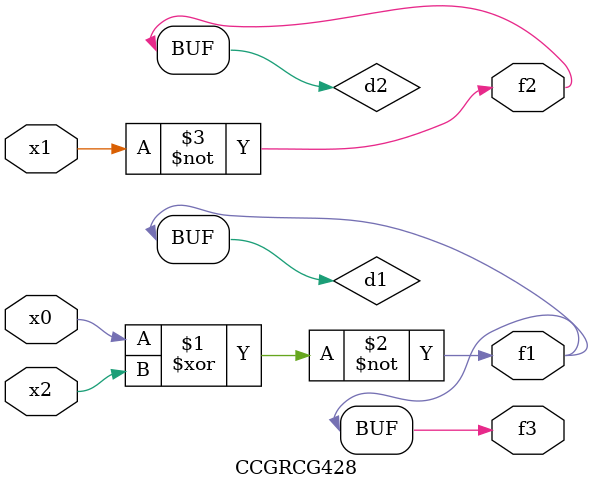
<source format=v>
module CCGRCG428(
	input x0, x1, x2,
	output f1, f2, f3
);

	wire d1, d2, d3;

	xnor (d1, x0, x2);
	nand (d2, x1);
	nor (d3, x1, x2);
	assign f1 = d1;
	assign f2 = d2;
	assign f3 = d1;
endmodule

</source>
